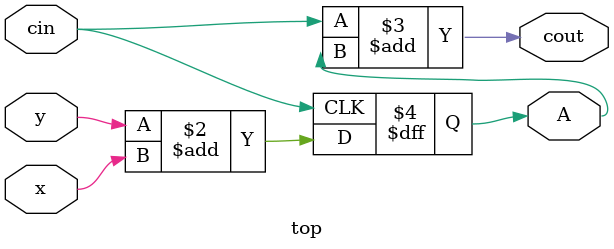
<source format=v>
module top
(
 input x,
 input y,
 input cin,

 output reg A,
 output cout
 );
 wire o;

always @(posedge cin)
	A <= y + x;

assign cout =  cin + A;

endmodule

</source>
